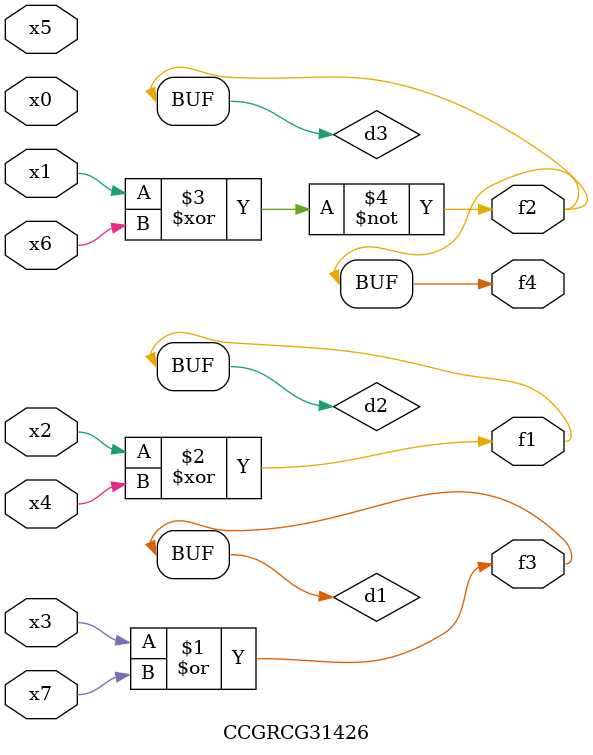
<source format=v>
module CCGRCG31426(
	input x0, x1, x2, x3, x4, x5, x6, x7,
	output f1, f2, f3, f4
);

	wire d1, d2, d3;

	or (d1, x3, x7);
	xor (d2, x2, x4);
	xnor (d3, x1, x6);
	assign f1 = d2;
	assign f2 = d3;
	assign f3 = d1;
	assign f4 = d3;
endmodule

</source>
